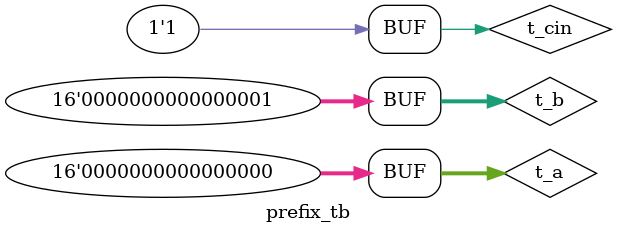
<source format=v>
module triangle (input wire a, b, output wire p, g);
	or or_1 (p,a,b);
	and and_1 (g,a,b);
endmodule

module box (input wire pi, gi, pj, gj, output wire P, G);
	wire temp;
	and and_1 (P,pi,pj);
	and and_2 (temp,pi, gj);
	or or_0 (G,gi, temp );
endmodule

module circle (input wire a, b, gi, output wire s);
	xor xor3_1 (s,a,b,gi);
endmodule


module test1 (input wire [15:0] a, b, input wire cin, output wire [15:0] S);
	wire [15:0] p, g;
	wire [15:0] b_res;
	xor xor_0 (b_res[0],b[0], cin);
	xor xor_1 (b_res[1],b[1], cin);
	xor xor_2 (b_res[2],b[2], cin);
	xor xor_3 (b_res[3],b[3], cin);
	xor xor_4 (b_res[4],b[4], cin);
	xor xor_5 (b_res[5],b[5], cin);
	xor xor_6 (b_res[6],b[6], cin);
	xor xor_7 (b_res[7],b[7], cin);
	xor xor_8 (b_res[8],b[8], cin);
	xor xor_9 (b_res[9],b[9], cin);
	xor xor_10 (b_res[10],b[10], cin);
	xor xor_11 (b_res[11],b[11], cin);
	xor xor_12 (b_res[12],b[12], cin);
	xor xor_13 (b_res[13],b[13], cin);
	xor xor_14 (b_res[14],b[14], cin);
	xor xor_15 (b_res[15],b[15], cin);
	triangle triangle_0 (a[0], b_res[0], p[0], g[0]);
	triangle triangle_1 (a[1], b_res[1], p[1], g[1]);
	triangle triangle_2 (a[2], b_res[2], p[2], g[2]);
	triangle triangle_3 (a[3], b_res[3], p[3], g[3]);
	triangle triangle_4 (a[4], b_res[4], p[4], g[4]);
	triangle triangle_5 (a[5], b_res[5], p[5], g[5]);
	triangle triangle_6 (a[6], b_res[6], p[6], g[6]);
	triangle triangle_7 (a[7], b_res[7], p[7], g[7]);
	triangle triangle_8 (a[8], b_res[8], p[8], g[8]);
	triangle triangle_9 (a[9], b_res[9], p[9], g[9]);
	triangle triangle_10 (a[10], b_res[10], p[10], g[10]);
	triangle triangle_11 (a[11], b_res[11], p[11], g[11]);
	triangle triangle_12 (a[12], b_res[12], p[12], g[12]);
	triangle triangle_13 (a[13], b_res[13], p[13], g[13]);
	triangle triangle_14 (a[14], b_res[14], p[14], g[14]);
	triangle triangle_15 (a[15], b_res[15], p[15], g[15]);
	wire [7:0] lvl1_P, lvl1_G;
	box box_lvl1_0 (p[0], g[0], 1'b0, cin, lvl1_P[0], lvl1_G[0]);
	box box_lvl1_1 (p[2], g[2], p[1], g[1], lvl1_P[1], lvl1_G[1]);
	box box_lvl1_2 (p[4], g[4], p[3], g[3], lvl1_P[2], lvl1_G[2]);
	box box_lvl1_3 (p[6], g[6], p[5], g[5], lvl1_P[3], lvl1_G[3]);
	box box_lvl1_4 (p[8], g[8], p[7], g[7], lvl1_P[4], lvl1_G[4]);
	box box_lvl1_5 (p[10], g[10], p[9], g[9], lvl1_P[5], lvl1_G[5]);
	box box_lvl1_6 (p[12], g[12], p[11], g[11], lvl1_P[6], lvl1_G[6]);
	box box_lvl1_7 (p[14], g[14], p[13], g[13], lvl1_P[7], lvl1_G[7]);
	wire [7:0] lvl2_P, lvl2_G;
	box box_lvl2_0 (p[1], g[1], lvl1_P[0], lvl1_G[0], lvl2_P[0], lvl2_G[0]);
	box box_lvl2_1 (lvl1_P[1], lvl1_G[1], lvl1_P[0], lvl1_G[0], lvl2_P[1], lvl2_G[1]);
	box box_lvl2_2 (p[5], g[5], lvl1_P[2], lvl1_G[2], lvl2_P[2], lvl2_G[2]);
	box box_lvl2_3 (lvl1_P[3], lvl1_G[3], lvl1_P[2], lvl1_G[2], lvl2_P[3], lvl2_G[3]);
	box box_lvl2_4 (p[9], g[9], lvl1_P[4], lvl1_G[4], lvl2_P[4], lvl2_G[4]);
	box box_lvl2_5 (lvl1_P[5], lvl1_G[5], lvl1_P[4], lvl1_G[4], lvl2_P[5], lvl2_G[5]);
	box box_lvl2_6 (p[13], g[13], lvl1_P[6], lvl1_G[6], lvl2_P[6], lvl2_G[6]);
	box box_lvl2_7 (lvl1_P[7], lvl1_G[7], lvl1_P[6], lvl1_G[6], lvl2_P[7], lvl2_G[7]);
	wire [7:0] lvl3_P, lvl3_G;
	box box_lvl3_0 (p[3], g[3], lvl2_P[1], lvl2_G[1], lvl3_P[0], lvl3_G[0]);
	box box_lvl3_1 (lvl1_P[2], lvl1_G[2], lvl2_P[1], lvl2_G[1], lvl3_P[1], lvl3_G[1]);
	box box_lvl3_2 (lvl2_P[2], lvl2_G[2], lvl2_P[1], lvl2_G[1], lvl3_P[2], lvl3_G[2]);
	box box_lvl3_3 (lvl2_P[3], lvl2_G[3], lvl2_P[1], lvl2_G[1], lvl3_P[3], lvl3_G[3]);
	box box_lvl3_4 (p[11], g[11], lvl2_P[5], lvl2_G[5], lvl3_P[4], lvl3_G[4]);
	box box_lvl3_5 (lvl1_P[6], lvl1_G[6], lvl2_P[5], lvl2_G[5], lvl3_P[5], lvl3_G[5]);
	box box_lvl3_6 (lvl2_P[6], lvl2_G[6], lvl2_P[5], lvl2_G[5], lvl3_P[6], lvl3_G[6]);
	box box_lvl3_7 (lvl2_P[7], lvl2_G[7], lvl2_P[5], lvl2_G[5], lvl3_P[7], lvl3_G[7]);
	wire [7:0] lvl4_P, lvl4_G;
	box box_lvl4_0 (p[7], g[7], lvl3_P[3], lvl3_G[3], lvl4_P[0], lvl4_G[0]);
	box box_lvl4_1 (lvl1_P[4], lvl1_G[4], lvl3_P[3], lvl3_G[3], lvl4_P[1], lvl4_G[1]);
	box box_lvl4_2 (lvl2_P[4], lvl2_G[4], lvl3_P[3], lvl3_G[3], lvl4_P[2], lvl4_G[2]);
	box box_lvl4_3 (lvl2_P[5], lvl2_G[5], lvl3_P[3], lvl3_G[3], lvl4_P[3], lvl4_G[3]);
	box box_lvl4_4 (lvl3_P[4], lvl3_G[4], lvl3_P[3], lvl3_G[3], lvl4_P[4], lvl4_G[4]);
	box box_lvl4_5 (lvl3_P[5], lvl3_G[5], lvl3_P[3], lvl3_G[3], lvl4_P[5], lvl4_G[5]);
	box box_lvl4_6 (lvl3_P[6], lvl3_G[6], lvl3_P[3], lvl3_G[3], lvl4_P[6], lvl4_G[6]);
	box box_lvl4_7 (lvl3_P[7], lvl3_G[7], lvl3_P[3], lvl3_G[3], lvl4_P[7], lvl4_G[7]);
	circle circle_0 (a[0], b_res[0], cin, S[0]);
	circle circle_1 (a[1], b_res[1], lvl1_G[0], S[1]);
	circle circle_2 (a[2], b_res[2], lvl2_G[0], S[2]);
	circle circle_3 (a[3], b_res[3], lvl2_G[1], S[3]);
	circle circle_4 (a[4], b_res[4], lvl3_G[0], S[4]);
	circle circle_5 (a[5], b_res[5], lvl3_G[1], S[5]);
	circle circle_6 (a[6], b_res[6], lvl3_G[2], S[6]);
	circle circle_7 (a[7], b_res[7], lvl3_G[3], S[7]);
	circle circle_8 (a[8], b_res[8], lvl4_G[0], S[8]);
	circle circle_9 (a[9], b_res[9], lvl4_G[1], S[9]);
	circle circle_10 (a[10], b_res[10], lvl4_G[2], S[10]);
	circle circle_11 (a[11], b_res[11], lvl4_G[3], S[11]);
	circle circle_12 (a[12], b_res[12], lvl4_G[4], S[12]);
	circle circle_13 (a[13], b_res[13], lvl4_G[5], S[13]);
	circle circle_14 (a[14], b_res[14], lvl4_G[6], S[14]);
	circle circle_15 (a[15], b_res[15], lvl4_G[7], S[15]);
endmodule

// TESTBENCH
module prefix_tb;
    reg [15:0] t_a, t_b;
    reg t_cin;
    wire [15:0] t_S;

    initial begin 
        $dumpfile("testbench.vcd"); 
        $dumpvars(0, prefix_tb); 
		
    end

    // Instantiate the test1 module
    test1 as16 (.a(t_a), .b(t_b), .cin(t_cin), .S(t_S));

    initial
    begin
        t_a = 16'h0000; t_b = 16'h0001; t_cin = 1'b0;
        #5
        t_a = 16'h0069; t_b = 16'h0069; t_cin = 1'b0;
        #5
        t_a = 16'h0100; t_b = 16'h0000; t_cin = 1'b0;
        #5
        t_a = 16'h0110; t_b = 16'h1001; t_cin = 1'b0;
        #5
        t_a = 16'hffff; t_b = 16'h0001; t_cin = 1'b0;
        #5
        t_a = 16'h55aa; t_b = 16'haa55; t_cin = 1'b0;
        #5
        t_a = 16'h1010; t_b = 16'h0101; t_cin = 1'b0;
        #5
        t_a = 16'h0000; t_b = 16'h0001; t_cin = 1'b0;
        #5
        t_a = 16'h0000; t_b = 16'h0001; t_cin = 1'b1;
        #5
        t_a = 16'h0069; t_b = 16'h0069; t_cin = 1'b1;
        #5
        t_a = 16'h0100; t_b = 16'h0000; t_cin = 1'b1;
        #5
        t_a = 16'h0110; t_b = 16'h1001; t_cin = 1'b1;
        #5
        t_a = 16'hffff; t_b = 16'h0001; t_cin = 1'b1;
        #5
        t_a = 16'h55aa; t_b = 16'haa55; t_cin = 1'b1;
        #5
        t_a = 16'h1010; t_b = 16'h0101; t_cin = 1'b1;
        #5
        t_a = 16'h0000; t_b = 16'h0001; t_cin = 1'b1;
    end

    initial
    begin
        $monitor($time, "a = %h, b = %h, cin = %b, sum = %h", t_a, t_b, t_cin, t_S);
    end
endmodule

</source>
